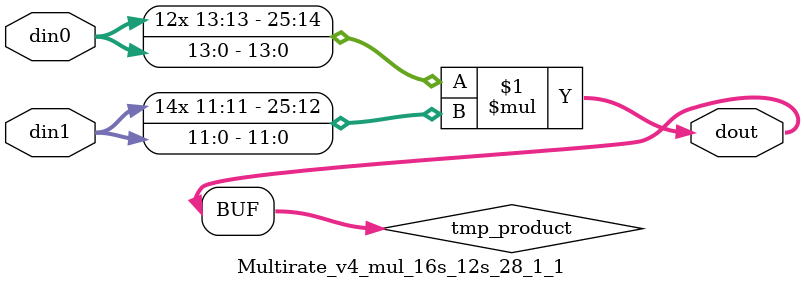
<source format=v>

`timescale 1 ns / 1 ps

 module Multirate_v4_mul_16s_12s_28_1_1(din0, din1, dout);
parameter ID = 1;
parameter NUM_STAGE = 0;
parameter din0_WIDTH = 14;
parameter din1_WIDTH = 12;
parameter dout_WIDTH = 26;

input [din0_WIDTH - 1 : 0] din0; 
input [din1_WIDTH - 1 : 0] din1; 
output [dout_WIDTH - 1 : 0] dout;

wire signed [dout_WIDTH - 1 : 0] tmp_product;



























assign tmp_product = $signed(din0) * $signed(din1);








assign dout = tmp_product;





















endmodule

</source>
